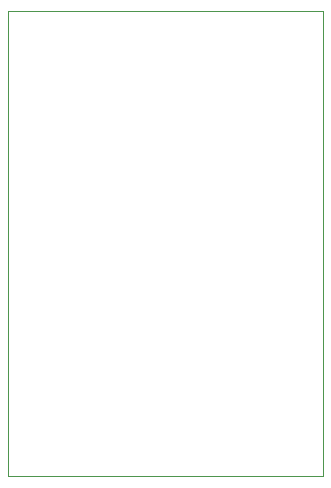
<source format=gko>
G75*
%MOIN*%
%OFA0B0*%
%FSLAX24Y24*%
%IPPOS*%
%LPD*%
%AMOC8*
5,1,8,0,0,1.08239X$1,22.5*
%
%ADD10C,0.0000*%
D10*
X001150Y001150D02*
X001150Y016650D01*
X011650Y016650D01*
X011650Y001150D01*
X001150Y001150D01*
M02*

</source>
